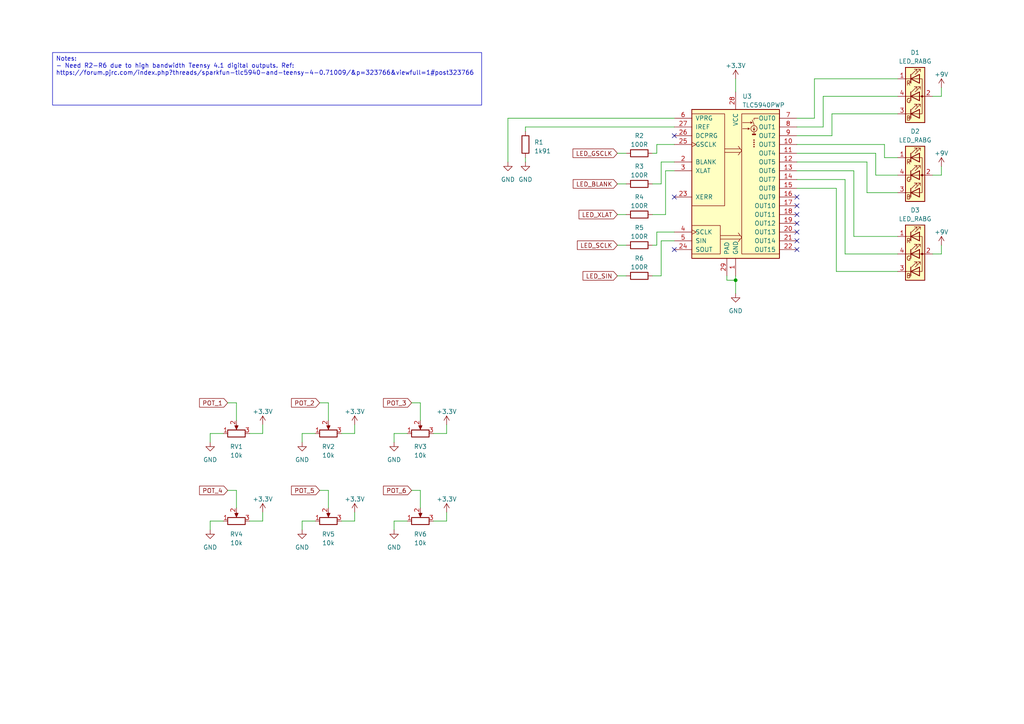
<source format=kicad_sch>
(kicad_sch (version 20230121) (generator eeschema)
  (paper "A4")
  (lib_symbols
    (symbol "Device:LED_RABG" (pin_names (offset 0) hide)
      (property "Reference" "D" (at 0 9.398 0))
      (property "Value" "LED_RABG" (at 0 -8.89 0))
      (symbol "LED_RABG_0_0"
        (text "B" (at -1.905 -6.35 0) (effects (font (size 1.27 1.27))))
        (text "G" (at -1.905 -1.27 0) (effects (font (size 1.27 1.27))))
        (text "R" (at -1.905 3.81 0) (effects (font (size 1.27 1.27))))
      )
      (symbol "LED_RABG_0_1"
        (polyline (pts (xy -1.27 -5.08) (xy -2.54 -5.08)))
        (polyline (pts (xy -1.27 -5.08) (xy 1.27 -5.08)))
        (polyline (pts (xy -1.27 -3.81) (xy -1.27 -6.35)) (stroke (width 0.254)))
        (polyline (pts (xy -1.27 0) (xy -2.54 0)))
        (polyline (pts (xy -1.27 1.27) (xy -1.27 -1.27)) (stroke (width 0.254)))
        (polyline (pts (xy -1.27 5.08) (xy -2.54 5.08)))
        (polyline (pts (xy -1.27 5.08) (xy 1.27 5.08)))
        (polyline (pts (xy -1.27 6.35) (xy -1.27 3.81)) (stroke (width 0.254)))
        (polyline (pts (xy 1.27 0) (xy -1.27 0)))
        (polyline (pts (xy 1.27 0) (xy 2.54 0)))
        (polyline (pts (xy -1.27 1.27) (xy -1.27 -1.27) (xy -1.27 -1.27)))
        (polyline (pts (xy -1.27 6.35) (xy -1.27 3.81) (xy -1.27 3.81)))
        (polyline (pts (xy 1.27 -5.08) (xy 2.032 -5.08) (xy 2.032 5.08) (xy 1.27 5.08)))
        (polyline (pts (xy 1.27 -3.81) (xy 1.27 -6.35) (xy -1.27 -5.08) (xy 1.27 -3.81)) (stroke (width 0.254)))
        (polyline (pts (xy 1.27 1.27) (xy 1.27 -1.27) (xy -1.27 0) (xy 1.27 1.27)) (stroke (width 0.254)))
        (polyline (pts (xy 1.27 6.35) (xy 1.27 3.81) (xy -1.27 5.08) (xy 1.27 6.35)) (stroke (width 0.254)))
        (polyline (pts (xy -1.016 -3.81) (xy 0.508 -2.286) (xy -0.254 -2.286) (xy 0.508 -2.286) (xy 0.508 -3.048)))
        (polyline (pts (xy -1.016 1.27) (xy 0.508 2.794) (xy -0.254 2.794) (xy 0.508 2.794) (xy 0.508 2.032)))
        (polyline (pts (xy -1.016 6.35) (xy 0.508 7.874) (xy -0.254 7.874) (xy 0.508 7.874) (xy 0.508 7.112)))
        (polyline (pts (xy 0 -3.81) (xy 1.524 -2.286) (xy 0.762 -2.286) (xy 1.524 -2.286) (xy 1.524 -3.048)))
        (polyline (pts (xy 0 1.27) (xy 1.524 2.794) (xy 0.762 2.794) (xy 1.524 2.794) (xy 1.524 2.032)))
        (polyline (pts (xy 0 6.35) (xy 1.524 7.874) (xy 0.762 7.874) (xy 1.524 7.874) (xy 1.524 7.112)))
        (rectangle (start 1.27 -1.27) (end 1.27 1.27))
        (rectangle (start 1.27 1.27) (end 1.27 1.27))
        (rectangle (start 1.27 3.81) (end 1.27 6.35))
        (rectangle (start 1.27 6.35) (end 1.27 6.35))
        (circle (center 2.032 0) (radius 0.254) (fill (type outline)))
        (rectangle (start 2.794 8.382) (end -2.794 -7.62) (stroke (width 0.254)) (fill (type background)))
      )
      (symbol "LED_RABG_1_1"
        (pin passive line (at -5.08 5.08 0) (length 2.54) (name "RK") (number "1"))
        (pin passive line (at 5.08 0 180) (length 2.54) (name "A") (number "2"))
        (pin passive line (at -5.08 -5.08 0) (length 2.54) (name "BK") (number "3"))
        (pin passive line (at -5.08 0 0) (length 2.54) (name "GK") (number "4"))
      )
    )
    (symbol "Device:R" (pin_numbers hide) (pin_names (offset 0))
      (property "Reference" "R" (at 2.032 0 90))
      (property "Value" "R" (at 0 0 90))
      (symbol "R_0_1"
        (rectangle (start -1.016 -2.54) (end 1.016 2.54) (stroke (width 0.254)))
      )
      (symbol "R_1_1"
        (pin passive line (at 0 3.81 270) (length 1.27) (name "~") (number "1"))
        (pin passive line (at 0 -3.81 90) (length 1.27) (name "~") (number "2"))
      )
    )
    (symbol "Device:R_Potentiometer" (pin_names (offset 1.016) hide)
      (property "Reference" "RV" (at -4.445 0 90))
      (property "Value" "R_Potentiometer" (at -2.54 0 90))
      (symbol "R_Potentiometer_0_1"
        (polyline (pts (xy 2.54 0) (xy 1.524 0)))
        (polyline (pts (xy 1.143 0) (xy 2.286 0.508) (xy 2.286 -0.508) (xy 1.143 0)) (fill (type outline)))
        (rectangle (start 1.016 2.54) (end -1.016 -2.54) (stroke (width 0.254)))
      )
      (symbol "R_Potentiometer_1_1"
        (pin passive line (at 0 3.81 270) (length 1.27) (name "1") (number "1"))
        (pin passive line (at 3.81 0 180) (length 1.27) (name "2") (number "2"))
        (pin passive line (at 0 -3.81 90) (length 1.27) (name "3") (number "3"))
      )
    )
    (symbol "Driver_LED:TLC5940PWP" (pin_names (offset 1.016))
      (property "Reference" "U" (at -12.7 22.225 0))
      (property "Value" "TLC5940PWP" (at 1.27 22.225 0))
      (symbol "TLC5940PWP_0_1"
        (rectangle (start -12.7 -21.59) (end -4.445 -13.335))
        (rectangle (start -12.7 19.05) (end -3.175 -7.62))
        (rectangle (start -12.7 20.32) (end 12.7 -22.86) (stroke (width 0.254)) (fill (type background)))
        (polyline (pts (xy -4.318 -16.256) (xy 1.27 -16.256)))
        (polyline (pts (xy -3.175 8.89) (xy 1.27 8.89)))
        (polyline (pts (xy 1.27 -17.272) (xy -4.318 -17.272)))
        (polyline (pts (xy 1.27 7.874) (xy -3.175 7.874)))
        (polyline (pts (xy 1.778 -16.764) (xy 0.762 -18.034)))
        (polyline (pts (xy 1.778 -16.764) (xy 0.762 -15.494)))
        (polyline (pts (xy 1.778 8.382) (xy 0.762 7.112)))
        (polyline (pts (xy 1.778 8.382) (xy 0.762 9.652)))
        (polyline (pts (xy 5.334 13.716) (xy 5.334 13.208)))
        (polyline (pts (xy 5.334 14.224) (xy 5.588 14.732)))
        (polyline (pts (xy 5.334 15.24) (xy 5.334 14.224) (xy 5.08 14.732)))
        (polyline (pts (xy 5.334 15.748) (xy 5.334 16.002) (xy 4.826 17.272)))
        (polyline (pts (xy 5.334 17.272) (xy 5.334 17.78) (xy 6.604 17.78)))
        (polyline (pts (xy 2.032 14.732) (xy 4.064 14.732) (xy 3.556 14.986) (xy 4.064 14.732) (xy 3.556 14.478)))
        (polyline (pts (xy 2.032 16.51) (xy 4.826 16.51) (xy 4.318 16.764) (xy 4.826 16.51) (xy 4.318 16.256)))
        (rectangle (start 1.778 19.05) (end 12.7 -21.59))
        (rectangle (start 4.826 13.208) (end 5.842 12.954) (fill (type outline)))
        (circle (center 5.334 9.525) (radius 0.127) (fill (type outline)))
        (circle (center 5.334 10.16) (radius 0.127) (fill (type outline)))
        (circle (center 5.334 10.795) (radius 0.127) (fill (type outline)))
        (circle (center 5.334 11.43) (radius 0.127) (fill (type outline)))
        (circle (center 5.334 14.732) (radius 0.9144))
      )
      (symbol "TLC5940PWP_1_1"
        (pin power_in line (at 0 -27.94 90) (length 5.08) (name "GND") (number "1"))
        (pin open_collector line (at 17.78 10.16 180) (length 5.08) (name "OUT3") (number "10"))
        (pin open_collector line (at 17.78 7.62 180) (length 5.08) (name "OUT4") (number "11"))
        (pin open_collector line (at 17.78 5.08 180) (length 5.08) (name "OUT5") (number "12"))
        (pin open_collector line (at 17.78 2.54 180) (length 5.08) (name "OUT6") (number "13"))
        (pin open_collector line (at 17.78 0 180) (length 5.08) (name "OUT7") (number "14"))
        (pin open_collector line (at 17.78 -2.54 180) (length 5.08) (name "OUT8") (number "15"))
        (pin open_collector line (at 17.78 -5.08 180) (length 5.08) (name "OUT9") (number "16"))
        (pin open_collector line (at 17.78 -7.62 180) (length 5.08) (name "OUT10") (number "17"))
        (pin open_collector line (at 17.78 -10.16 180) (length 5.08) (name "OUT11") (number "18"))
        (pin open_collector line (at 17.78 -12.7 180) (length 5.08) (name "OUT12") (number "19"))
        (pin input line (at -17.78 5.08 0) (length 5.08) (name "BLANK") (number "2"))
        (pin open_collector line (at 17.78 -15.24 180) (length 5.08) (name "OUT13") (number "20"))
        (pin open_collector line (at 17.78 -17.78 180) (length 5.08) (name "OUT14") (number "21"))
        (pin open_collector line (at 17.78 -20.32 180) (length 5.08) (name "OUT15") (number "22"))
        (pin open_collector line (at -17.78 -5.08 0) (length 5.08) (name "XERR") (number "23"))
        (pin output line (at -17.78 -20.32 0) (length 5.08) (name "SOUT") (number "24"))
        (pin input clock (at -17.78 10.16 0) (length 5.08) (name "GSCLK") (number "25"))
        (pin input line (at -17.78 12.7 0) (length 5.08) (name "DCPRG") (number "26"))
        (pin input line (at -17.78 15.24 0) (length 5.08) (name "IREF") (number "27"))
        (pin power_in line (at 0 25.4 270) (length 5.08) (name "VCC") (number "28"))
        (pin input line (at -2.54 -27.94 90) (length 5.08) (name "PAD") (number "29"))
        (pin input line (at -17.78 2.54 0) (length 5.08) (name "XLAT") (number "3"))
        (pin input clock (at -17.78 -15.24 0) (length 5.08) (name "SCLK") (number "4"))
        (pin input line (at -17.78 -17.78 0) (length 5.08) (name "SIN") (number "5"))
        (pin input line (at -17.78 17.78 0) (length 5.08) (name "VPRG") (number "6"))
        (pin open_collector line (at 17.78 17.78 180) (length 5.08) (name "OUT0") (number "7"))
        (pin open_collector line (at 17.78 15.24 180) (length 5.08) (name "OUT1") (number "8"))
        (pin open_collector line (at 17.78 12.7 180) (length 5.08) (name "OUT2") (number "9"))
      )
    )
    (symbol "power:+3.3V" (power) (pin_names (offset 0))
      (property "Value" "+3.3V" (at 0 3.556 0))
      (symbol "+3.3V_0_1"
        (polyline (pts (xy -0.762 1.27) (xy 0 2.54)))
        (polyline (pts (xy 0 0) (xy 0 2.54)))
        (polyline (pts (xy 0 2.54) (xy 0.762 1.27)))
      )
      (symbol "+3.3V_1_1"
        (pin power_in line (at 0 0 90) (length 0) hide (name "+3.3V") (number "1"))
      )
    )
    (symbol "power:+9V" (power) (pin_names (offset 0))
      (property "Value" "+9V" (at 0 3.556 0))
      (symbol "+9V_0_1"
        (polyline (pts (xy -0.762 1.27) (xy 0 2.54)))
        (polyline (pts (xy 0 0) (xy 0 2.54)))
        (polyline (pts (xy 0 2.54) (xy 0.762 1.27)))
      )
      (symbol "+9V_1_1"
        (pin power_in line (at 0 0 90) (length 0) hide (name "+9V") (number "1"))
      )
    )
    (symbol "power:GND" (power) (pin_names (offset 0))
      (property "Value" "GND" (at 0 -3.81 0))
      (symbol "GND_0_1"
        (polyline (pts (xy 0 0) (xy 0 -1.27) (xy 1.27 -1.27) (xy 0 -2.54) (xy -1.27 -1.27) (xy 0 -1.27)))
      )
      (symbol "GND_1_1"
        (pin power_in line (at 0 0 270) (length 0) hide (name "GND") (number "1"))
      )
    )
  )
  (junction (at 213.36 81.28))
  (no_connect (at 231.14 72.39))
  (no_connect (at 195.58 39.37))
  (no_connect (at 231.14 62.23))
  (no_connect (at 231.14 67.31))
  (no_connect (at 231.14 59.69))
  (no_connect (at 195.58 72.39))
  (no_connect (at 231.14 69.85))
  (no_connect (at 195.58 57.15))
  (no_connect (at 231.14 64.77))
  (no_connect (at 231.14 57.15))
  (wire (pts (xy 195.58 46.99) (xy 191.77 46.99)))
  (wire (pts (xy 129.54 151.13) (xy 129.54 148.59)))
  (wire (pts (xy 119.38 142.24) (xy 121.92 142.24)))
  (wire (pts (xy 129.54 125.73) (xy 129.54 123.19)))
  (wire (pts (xy 152.4 45.72) (xy 152.4 46.99)))
  (wire (pts (xy 213.36 22.86) (xy 213.36 26.67)))
  (wire (pts (xy 270.51 50.8) (xy 273.05 50.8)))
  (wire (pts (xy 231.14 36.83) (xy 238.76 36.83)))
  (wire (pts (xy 195.58 69.85) (xy 191.77 69.85)))
  (wire (pts (xy 210.82 81.28) (xy 213.36 81.28)))
  (wire (pts (xy 251.46 55.88) (xy 260.35 55.88)))
  (wire (pts (xy 247.65 49.53) (xy 247.65 68.58)))
  (wire (pts (xy 270.51 27.94) (xy 273.05 27.94)))
  (wire (pts (xy 231.14 46.99) (xy 251.46 46.99)))
  (wire (pts (xy 190.5 44.45) (xy 189.23 44.45)))
  (wire (pts (xy 190.5 71.12) (xy 189.23 71.12)))
  (wire (pts (xy 60.96 151.13) (xy 60.96 153.67)))
  (wire (pts (xy 76.2 151.13) (xy 76.2 148.59)))
  (wire (pts (xy 273.05 50.8) (xy 273.05 48.26)))
  (wire (pts (xy 231.14 52.07) (xy 245.11 52.07)))
  (wire (pts (xy 195.58 36.83) (xy 152.4 36.83)))
  (wire (pts (xy 72.39 125.73) (xy 76.2 125.73)))
  (wire (pts (xy 254 50.8) (xy 260.35 50.8)))
  (wire (pts (xy 236.22 34.29) (xy 236.22 22.86)))
  (wire (pts (xy 66.04 142.24) (xy 68.58 142.24)))
  (wire (pts (xy 191.77 69.85) (xy 191.77 80.01)))
  (wire (pts (xy 87.63 151.13) (xy 87.63 153.67)))
  (wire (pts (xy 102.87 151.13) (xy 102.87 148.59)))
  (wire (pts (xy 242.57 78.74) (xy 260.35 78.74)))
  (wire (pts (xy 64.77 125.73) (xy 60.96 125.73)))
  (wire (pts (xy 190.5 41.91) (xy 190.5 44.45)))
  (wire (pts (xy 210.82 80.01) (xy 210.82 81.28)))
  (wire (pts (xy 91.44 125.73) (xy 87.63 125.73)))
  (wire (pts (xy 191.77 53.34) (xy 189.23 53.34)))
  (wire (pts (xy 191.77 46.99) (xy 191.77 53.34)))
  (wire (pts (xy 213.36 81.28) (xy 213.36 85.09)))
  (wire (pts (xy 125.73 125.73) (xy 129.54 125.73)))
  (wire (pts (xy 72.39 151.13) (xy 76.2 151.13)))
  (wire (pts (xy 60.96 125.73) (xy 60.96 128.27)))
  (wire (pts (xy 247.65 68.58) (xy 260.35 68.58)))
  (wire (pts (xy 213.36 80.01) (xy 213.36 81.28)))
  (wire (pts (xy 102.87 125.73) (xy 102.87 123.19)))
  (wire (pts (xy 241.3 39.37) (xy 241.3 33.02)))
  (wire (pts (xy 76.2 125.73) (xy 76.2 123.19)))
  (wire (pts (xy 95.25 116.84) (xy 95.25 121.92)))
  (wire (pts (xy 179.07 44.45) (xy 181.61 44.45)))
  (wire (pts (xy 231.14 49.53) (xy 247.65 49.53)))
  (wire (pts (xy 195.58 41.91) (xy 190.5 41.91)))
  (wire (pts (xy 68.58 116.84) (xy 68.58 121.92)))
  (wire (pts (xy 179.07 80.01) (xy 181.61 80.01)))
  (wire (pts (xy 125.73 151.13) (xy 129.54 151.13)))
  (wire (pts (xy 242.57 54.61) (xy 242.57 78.74)))
  (wire (pts (xy 91.44 151.13) (xy 87.63 151.13)))
  (wire (pts (xy 256.54 45.72) (xy 260.35 45.72)))
  (wire (pts (xy 114.3 151.13) (xy 114.3 153.67)))
  (wire (pts (xy 179.07 53.34) (xy 181.61 53.34)))
  (wire (pts (xy 231.14 44.45) (xy 254 44.45)))
  (wire (pts (xy 241.3 33.02) (xy 260.35 33.02)))
  (wire (pts (xy 121.92 116.84) (xy 121.92 121.92)))
  (wire (pts (xy 114.3 125.73) (xy 114.3 128.27)))
  (wire (pts (xy 231.14 41.91) (xy 256.54 41.91)))
  (wire (pts (xy 238.76 36.83) (xy 238.76 27.94)))
  (wire (pts (xy 147.32 46.99) (xy 147.32 34.29)))
  (wire (pts (xy 193.04 62.23) (xy 189.23 62.23)))
  (wire (pts (xy 92.71 116.84) (xy 95.25 116.84)))
  (wire (pts (xy 191.77 80.01) (xy 189.23 80.01)))
  (wire (pts (xy 245.11 73.66) (xy 260.35 73.66)))
  (wire (pts (xy 231.14 34.29) (xy 236.22 34.29)))
  (wire (pts (xy 273.05 27.94) (xy 273.05 25.4)))
  (wire (pts (xy 99.06 125.73) (xy 102.87 125.73)))
  (wire (pts (xy 270.51 73.66) (xy 273.05 73.66)))
  (wire (pts (xy 231.14 39.37) (xy 241.3 39.37)))
  (wire (pts (xy 179.07 62.23) (xy 181.61 62.23)))
  (wire (pts (xy 66.04 116.84) (xy 68.58 116.84)))
  (wire (pts (xy 238.76 27.94) (xy 260.35 27.94)))
  (wire (pts (xy 190.5 67.31) (xy 190.5 71.12)))
  (wire (pts (xy 87.63 125.73) (xy 87.63 128.27)))
  (wire (pts (xy 95.25 142.24) (xy 95.25 147.32)))
  (wire (pts (xy 245.11 52.07) (xy 245.11 73.66)))
  (wire (pts (xy 118.11 151.13) (xy 114.3 151.13)))
  (wire (pts (xy 231.14 54.61) (xy 242.57 54.61)))
  (wire (pts (xy 121.92 142.24) (xy 121.92 147.32)))
  (wire (pts (xy 68.58 142.24) (xy 68.58 147.32)))
  (wire (pts (xy 254 44.45) (xy 254 50.8)))
  (wire (pts (xy 92.71 142.24) (xy 95.25 142.24)))
  (wire (pts (xy 64.77 151.13) (xy 60.96 151.13)))
  (wire (pts (xy 256.54 41.91) (xy 256.54 45.72)))
  (wire (pts (xy 273.05 73.66) (xy 273.05 71.12)))
  (wire (pts (xy 147.32 34.29) (xy 195.58 34.29)))
  (wire (pts (xy 152.4 36.83) (xy 152.4 38.1)))
  (wire (pts (xy 179.07 71.12) (xy 181.61 71.12)))
  (wire (pts (xy 118.11 125.73) (xy 114.3 125.73)))
  (wire (pts (xy 99.06 151.13) (xy 102.87 151.13)))
  (wire (pts (xy 236.22 22.86) (xy 260.35 22.86)))
  (wire (pts (xy 251.46 46.99) (xy 251.46 55.88)))
  (wire (pts (xy 195.58 67.31) (xy 190.5 67.31)))
  (wire (pts (xy 193.04 49.53) (xy 193.04 62.23)))
  (wire (pts (xy 195.58 49.53) (xy 193.04 49.53)))
  (wire (pts (xy 119.38 116.84) (xy 121.92 116.84)))
  (text_box "Notes:\n- Need R2-R6 due to high bandwidth Teensy 4.1 digital outputs. Ref: https://forum.pjrc.com/index.php?threads/sparkfun-tlc5940-and-teensy-4-0.71009/&p=323766&viewfull=1#post323766" (at 15.24 15.24 0) (size 124.46 15.24) (effects (font (size 1.27 1.27)) (justify left top)))
  (global_label "LED_XLAT" (shape input) (at 179.07 62.23 180) (property "Intersheetrefs" "${INTERSHEET_REFS}" (effects hide)))
  (global_label "POT_2" (shape input) (at 92.71 116.84 180) (property "Intersheetrefs" "${INTERSHEET_REFS}" (effects hide)))
  (global_label "LED_BLANK" (shape input) (at 179.07 53.34 180) (property "Intersheetrefs" "${INTERSHEET_REFS}" (effects hide)))
  (global_label "POT_6" (shape input) (at 119.38 142.24 180) (property "Intersheetrefs" "${INTERSHEET_REFS}" (effects hide)))
  (global_label "POT_1" (shape input) (at 66.04 116.84 180) (property "Intersheetrefs" "${INTERSHEET_REFS}" (effects hide)))
  (global_label "LED_SIN" (shape input) (at 179.07 80.01 180) (property "Intersheetrefs" "${INTERSHEET_REFS}" (effects hide)))
  (global_label "POT_5" (shape input) (at 92.71 142.24 180) (property "Intersheetrefs" "${INTERSHEET_REFS}" (effects hide)))
  (global_label "POT_3" (shape input) (at 119.38 116.84 180) (property "Intersheetrefs" "${INTERSHEET_REFS}" (effects hide)))
  (global_label "LED_SCLK" (shape input) (at 179.07 71.12 180) (property "Intersheetrefs" "${INTERSHEET_REFS}" (effects hide)))
  (global_label "POT_4" (shape input) (at 66.04 142.24 180) (property "Intersheetrefs" "${INTERSHEET_REFS}" (effects hide)))
  (global_label "LED_GSCLK" (shape input) (at 179.07 44.45 180) (property "Intersheetrefs" "${INTERSHEET_REFS}" (effects hide)))
  (symbol (lib_id "Device:R_Potentiometer") (at 68.58 125.73 90) (unit 1)
    (property "Reference" "RV1" (at 68.58 129.54 90))
    (property "Value" "10k" (at 68.58 132.08 90))
    (property "Footprint" "Potentiometer_THT:Potentiometer_TT_P0915N" (effects hide))
  )
  (symbol (lib_id "Device:LED_RABG") (at 265.43 73.66 0) (unit 1)
    (property "Reference" "D3" (at 265.43 60.96 0))
    (property "Value" "LED_RABG" (at 265.43 63.5 0))
    (property "Footprint" "LED_THT:LED_D5.0mm-4_RGB_Staggered_Pins" (effects hide))
  )
  (symbol (lib_id "power:+3.3V") (at 76.2 123.19 0) (unit 1)
    (property "Reference" "#PWR019" (effects hide))
    (property "Value" "+3.3V" (at 76.2 119.38 0))
  )
  (symbol (lib_id "power:GND") (at 114.3 128.27 0) (unit 1)
    (property "Reference" "#PWR016" (effects hide))
    (property "Value" "GND" (at 114.3 133.35 0))
  )
  (symbol (lib_id "Device:R_Potentiometer") (at 68.58 151.13 90) (unit 1)
    (property "Reference" "RV4" (at 68.58 154.94 90))
    (property "Value" "10k" (at 68.58 157.48 90))
    (property "Footprint" "Potentiometer_THT:Potentiometer_TT_P0915N" (effects hide))
  )
  (symbol (lib_id "power:GND") (at 60.96 128.27 0) (unit 1)
    (property "Reference" "#PWR013" (effects hide))
    (property "Value" "GND" (at 60.96 133.35 0))
  )
  (symbol (lib_id "power:+3.3V") (at 129.54 148.59 0) (unit 1)
    (property "Reference" "#PWR024" (effects hide))
    (property "Value" "+3.3V" (at 129.54 144.78 0))
  )
  (symbol (lib_id "Device:LED_RABG") (at 265.43 50.8 0) (unit 1)
    (property "Reference" "D2" (at 265.43 38.1 0))
    (property "Value" "LED_RABG" (at 265.43 40.64 0))
    (property "Footprint" "LED_THT:LED_D5.0mm-4_RGB_Staggered_Pins" (effects hide))
  )
  (symbol (lib_id "Device:R") (at 185.42 44.45 270) (unit 1)
    (property "Reference" "R2" (at 185.42 39.37 90))
    (property "Value" "100R" (at 185.42 41.91 90))
    (property "Footprint" "Resistor_SMD:R_1206_3216Metric_Pad1.30x1.75mm_HandSolder" (effects hide))
  )
  (symbol (lib_id "Device:R") (at 185.42 62.23 270) (unit 1)
    (property "Reference" "R4" (at 185.42 57.15 90))
    (property "Value" "100R" (at 185.42 59.69 90))
    (property "Footprint" "Resistor_SMD:R_1206_3216Metric_Pad1.30x1.75mm_HandSolder" (effects hide))
  )
  (symbol (lib_id "power:GND") (at 60.96 153.67 0) (unit 1)
    (property "Reference" "#PWR014" (effects hide))
    (property "Value" "GND" (at 60.96 158.75 0))
  )
  (symbol (lib_id "power:GND") (at 213.36 85.09 0) (unit 1)
    (property "Reference" "#PWR09" (effects hide))
    (property "Value" "GND" (at 213.36 90.17 0))
  )
  (symbol (lib_id "power:+3.3V") (at 102.87 123.19 0) (unit 1)
    (property "Reference" "#PWR020" (effects hide))
    (property "Value" "+3.3V" (at 102.87 119.38 0))
  )
  (symbol (lib_id "power:+3.3V") (at 213.36 22.86 0) (unit 1)
    (property "Reference" "#PWR011" (effects hide))
    (property "Value" "+3.3V" (at 213.36 19.05 0))
  )
  (symbol (lib_id "power:GND") (at 87.63 153.67 0) (unit 1)
    (property "Reference" "#PWR018" (effects hide))
    (property "Value" "GND" (at 87.63 158.75 0))
  )
  (symbol (lib_id "power:+3.3V") (at 76.2 148.59 0) (unit 1)
    (property "Reference" "#PWR022" (effects hide))
    (property "Value" "+3.3V" (at 76.2 144.78 0))
  )
  (symbol (lib_id "power:+9V") (at 273.05 48.26 0) (unit 1)
    (property "Reference" "#PWR07" (effects hide))
    (property "Value" "+9V" (at 273.05 44.45 0))
  )
  (symbol (lib_id "power:+3.3V") (at 102.87 148.59 0) (unit 1)
    (property "Reference" "#PWR023" (effects hide))
    (property "Value" "+3.3V" (at 102.87 144.78 0))
  )
  (symbol (lib_id "Device:LED_RABG") (at 265.43 27.94 0) (unit 1)
    (property "Reference" "D1" (at 265.43 15.24 0))
    (property "Value" "LED_RABG" (at 265.43 17.78 0))
    (property "Footprint" "LED_THT:LED_D5.0mm-4_RGB_Staggered_Pins" (effects hide))
  )
  (symbol (lib_id "power:+9V") (at 273.05 71.12 0) (unit 1)
    (property "Reference" "#PWR08" (effects hide))
    (property "Value" "+9V" (at 273.05 67.31 0))
  )
  (symbol (lib_id "Device:R_Potentiometer") (at 121.92 151.13 90) (unit 1)
    (property "Reference" "RV6" (at 121.92 154.94 90))
    (property "Value" "10k" (at 121.92 157.48 90))
    (property "Footprint" "Potentiometer_THT:Potentiometer_TT_P0915N" (effects hide))
  )
  (symbol (lib_id "power:+3.3V") (at 129.54 123.19 0) (unit 1)
    (property "Reference" "#PWR021" (effects hide))
    (property "Value" "+3.3V" (at 129.54 119.38 0))
  )
  (symbol (lib_id "Device:R_Potentiometer") (at 95.25 125.73 90) (unit 1)
    (property "Reference" "RV2" (at 95.25 129.54 90))
    (property "Value" "10k" (at 95.25 132.08 90))
    (property "Footprint" "Potentiometer_THT:Potentiometer_TT_P0915N" (effects hide))
  )
  (symbol (lib_id "Device:R") (at 185.42 53.34 270) (unit 1)
    (property "Reference" "R3" (at 185.42 48.26 90))
    (property "Value" "100R" (at 185.42 50.8 90))
    (property "Footprint" "Resistor_SMD:R_1206_3216Metric_Pad1.30x1.75mm_HandSolder" (effects hide))
  )
  (symbol (lib_id "Device:R") (at 185.42 80.01 270) (unit 1)
    (property "Reference" "R6" (at 185.42 74.93 90))
    (property "Value" "100R" (at 185.42 77.47 90))
    (property "Footprint" "Resistor_SMD:R_1206_3216Metric_Pad1.30x1.75mm_HandSolder" (effects hide))
  )
  (symbol (lib_id "Device:R_Potentiometer") (at 95.25 151.13 90) (unit 1)
    (property "Reference" "RV5" (at 95.25 154.94 90))
    (property "Value" "10k" (at 95.25 157.48 90))
    (property "Footprint" "Potentiometer_THT:Potentiometer_TT_P0915N" (effects hide))
  )
  (symbol (lib_id "power:GND") (at 152.4 46.99 0) (unit 1)
    (property "Reference" "#PWR010" (effects hide))
    (property "Value" "GND" (at 152.4 52.07 0))
  )
  (symbol (lib_id "Driver_LED:TLC5940PWP") (at 213.36 52.07 0) (unit 1)
    (property "Reference" "U3" (at 215.3159 27.94 0) (effects (justify left)))
    (property "Value" "TLC5940PWP" (at 215.3159 30.48 0) (effects (justify left)))
    (property "Footprint" "Package_SO:HTSSOP-28-1EP_4.4x9.7mm_P0.65mm_EP3.4x9.5mm_Mask2.4x6.17mm_ThermalVias" (effects hide))
    (property "Datasheet" "http://www.ti.com/lit/ds/symlink/tlc5940.pdf" (effects hide))
  )
  (symbol (lib_id "Device:R_Potentiometer") (at 121.92 125.73 90) (unit 1)
    (property "Reference" "RV3" (at 121.92 129.54 90))
    (property "Value" "10k" (at 121.92 132.08 90))
    (property "Footprint" "Potentiometer_THT:Potentiometer_TT_P0915N" (effects hide))
  )
  (symbol (lib_id "power:+9V") (at 273.05 25.4 0) (unit 1)
    (property "Reference" "#PWR04" (effects hide))
    (property "Value" "+9V" (at 273.05 21.59 0))
  )
  (symbol (lib_id "power:GND") (at 87.63 128.27 0) (unit 1)
    (property "Reference" "#PWR015" (effects hide))
    (property "Value" "GND" (at 87.63 133.35 0))
  )
  (symbol (lib_id "power:GND") (at 147.32 46.99 0) (unit 1)
    (property "Reference" "#PWR012" (effects hide))
    (property "Value" "GND" (at 147.32 52.07 0))
  )
  (symbol (lib_id "Device:R") (at 185.42 71.12 270) (unit 1)
    (property "Reference" "R5" (at 185.42 66.04 90))
    (property "Value" "100R" (at 185.42 68.58 90))
    (property "Footprint" "Resistor_SMD:R_1206_3216Metric_Pad1.30x1.75mm_HandSolder" (effects hide))
  )
  (symbol (lib_id "power:GND") (at 114.3 153.67 0) (unit 1)
    (property "Reference" "#PWR017" (effects hide))
    (property "Value" "GND" (at 114.3 158.75 0))
  )
  (symbol (lib_id "Device:R") (at 152.4 41.91 0) (unit 1)
    (property "Reference" "R1" (at 154.94 41.275 0) (effects (justify left)))
    (property "Value" "1k91" (at 154.94 43.815 0) (effects (justify left)))
    (property "Footprint" "Resistor_SMD:R_1206_3216Metric_Pad1.30x1.75mm_HandSolder" (effects hide))
  )
)
</source>
